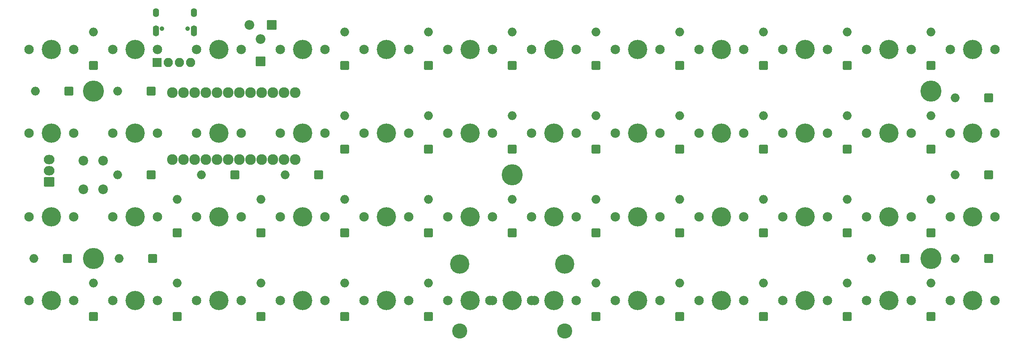
<source format=gts>
G04 #@! TF.GenerationSoftware,KiCad,Pcbnew,(6.0.2)*
G04 #@! TF.CreationDate,2022-04-02T12:37:14+05:30*
G04 #@! TF.ProjectId,Contra,436f6e74-7261-42e6-9b69-6361645f7063,rev?*
G04 #@! TF.SameCoordinates,Original*
G04 #@! TF.FileFunction,Soldermask,Top*
G04 #@! TF.FilePolarity,Negative*
%FSLAX46Y46*%
G04 Gerber Fmt 4.6, Leading zero omitted, Abs format (unit mm)*
G04 Created by KiCad (PCBNEW (6.0.2)) date 2022-04-02 12:37:14*
%MOMM*%
%LPD*%
G01*
G04 APERTURE LIST*
G04 Aperture macros list*
%AMRoundRect*
0 Rectangle with rounded corners*
0 $1 Rounding radius*
0 $2 $3 $4 $5 $6 $7 $8 $9 X,Y pos of 4 corners*
0 Add a 4 corners polygon primitive as box body*
4,1,4,$2,$3,$4,$5,$6,$7,$8,$9,$2,$3,0*
0 Add four circle primitives for the rounded corners*
1,1,$1+$1,$2,$3*
1,1,$1+$1,$4,$5*
1,1,$1+$1,$6,$7*
1,1,$1+$1,$8,$9*
0 Add four rect primitives between the rounded corners*
20,1,$1+$1,$2,$3,$4,$5,0*
20,1,$1+$1,$4,$5,$6,$7,0*
20,1,$1+$1,$6,$7,$8,$9,0*
20,1,$1+$1,$8,$9,$2,$3,0*%
G04 Aperture macros list end*
%ADD10C,2.150000*%
%ADD11C,4.387800*%
%ADD12C,3.448000*%
%ADD13C,1.100000*%
%ADD14C,4.800000*%
%ADD15RoundRect,0.200000X0.800000X-0.800000X0.800000X0.800000X-0.800000X0.800000X-0.800000X-0.800000X0*%
%ADD16O,2.000000X2.000000*%
%ADD17RoundRect,0.200000X0.800000X0.800000X-0.800000X0.800000X-0.800000X-0.800000X0.800000X-0.800000X0*%
%ADD18RoundRect,0.200000X0.850000X-0.850000X0.850000X0.850000X-0.850000X0.850000X-0.850000X-0.850000X0*%
%ADD19O,2.100000X2.100000*%
%ADD20RoundRect,0.200000X0.900000X-0.900000X0.900000X0.900000X-0.900000X0.900000X-0.900000X-0.900000X0*%
%ADD21O,2.200000X2.200000*%
%ADD22RoundRect,0.200000X0.900000X0.900000X-0.900000X0.900000X-0.900000X-0.900000X0.900000X-0.900000X0*%
%ADD23RoundRect,0.200000X1.015000X0.865000X-1.015000X0.865000X-1.015000X-0.865000X1.015000X-0.865000X0*%
%ADD24O,2.430000X2.130000*%
%ADD25C,2.432000*%
%ADD26C,2.200000*%
%ADD27C,1.050000*%
%ADD28O,1.400000X2.500000*%
%ADD29O,1.400000X2.000000*%
G04 APERTURE END LIST*
D10*
X33020000Y-38100000D03*
X43180000Y-38100000D03*
D11*
X38100000Y-38100000D03*
D10*
X100330000Y-38100000D03*
D11*
X95250000Y-38100000D03*
D10*
X90170000Y-38100000D03*
D11*
X114300000Y-38100000D03*
D10*
X109220000Y-38100000D03*
X119380000Y-38100000D03*
D11*
X133350000Y-38100000D03*
D10*
X128270000Y-38100000D03*
X138430000Y-38100000D03*
X147320000Y-38100000D03*
D11*
X152400000Y-38100000D03*
D10*
X157480000Y-38100000D03*
X166370000Y-38100000D03*
D11*
X171450000Y-38100000D03*
D10*
X176530000Y-38100000D03*
X195580000Y-38100000D03*
D11*
X190500000Y-38100000D03*
D10*
X185420000Y-38100000D03*
D11*
X209550000Y-38100000D03*
D10*
X214630000Y-38100000D03*
X204470000Y-38100000D03*
X233680000Y-38100000D03*
D11*
X228600000Y-38100000D03*
D10*
X223520000Y-38100000D03*
X252730000Y-38100000D03*
D11*
X247650000Y-38100000D03*
D10*
X242570000Y-38100000D03*
X43180000Y-57150000D03*
X33020000Y-57150000D03*
D11*
X38100000Y-57150000D03*
D10*
X52070000Y-57150000D03*
X62230000Y-57150000D03*
D11*
X57150000Y-57150000D03*
X76200000Y-57150000D03*
D10*
X81280000Y-57150000D03*
X71120000Y-57150000D03*
D11*
X95250000Y-57150000D03*
D10*
X90170000Y-57150000D03*
X100330000Y-57150000D03*
X119380000Y-57150000D03*
D11*
X114300000Y-57150000D03*
D10*
X109220000Y-57150000D03*
D11*
X133350000Y-57150000D03*
D10*
X138430000Y-57150000D03*
X128270000Y-57150000D03*
X157480000Y-57150000D03*
D11*
X152400000Y-57150000D03*
D10*
X147320000Y-57150000D03*
D11*
X171450000Y-57150000D03*
D10*
X176530000Y-57150000D03*
X166370000Y-57150000D03*
X195580000Y-57150000D03*
D11*
X190500000Y-57150000D03*
D10*
X185420000Y-57150000D03*
D11*
X209550000Y-57150000D03*
D10*
X204470000Y-57150000D03*
X214630000Y-57150000D03*
D11*
X228600000Y-57150000D03*
D10*
X233680000Y-57150000D03*
X223520000Y-57150000D03*
X242570000Y-57150000D03*
D11*
X247650000Y-57150000D03*
D10*
X252730000Y-57150000D03*
X43180000Y-76200000D03*
X33020000Y-76200000D03*
D11*
X38100000Y-76200000D03*
D10*
X62230000Y-76200000D03*
D11*
X57150000Y-76200000D03*
D10*
X52070000Y-76200000D03*
X71120000Y-76200000D03*
D11*
X76200000Y-76200000D03*
D10*
X81280000Y-76200000D03*
X100330000Y-76200000D03*
X90170000Y-76200000D03*
D11*
X95250000Y-76200000D03*
D10*
X109220000Y-76200000D03*
X119380000Y-76200000D03*
D11*
X114300000Y-76200000D03*
D10*
X138430000Y-76200000D03*
D11*
X133350000Y-76200000D03*
D10*
X128270000Y-76200000D03*
X157480000Y-76200000D03*
D11*
X152400000Y-76200000D03*
D10*
X147320000Y-76200000D03*
X176530000Y-76200000D03*
D11*
X171450000Y-76200000D03*
D10*
X166370000Y-76200000D03*
X195580000Y-76200000D03*
X185420000Y-76200000D03*
D11*
X190500000Y-76200000D03*
D10*
X214630000Y-76200000D03*
X204470000Y-76200000D03*
D11*
X209550000Y-76200000D03*
D10*
X223520000Y-76200000D03*
D11*
X228600000Y-76200000D03*
D10*
X233680000Y-76200000D03*
D11*
X247650000Y-76200000D03*
D10*
X242570000Y-76200000D03*
X252730000Y-76200000D03*
X33020000Y-95250000D03*
D11*
X38100000Y-95250000D03*
D10*
X43180000Y-95250000D03*
X62230000Y-95250000D03*
X52070000Y-95250000D03*
D11*
X57150000Y-95250000D03*
D10*
X81280000Y-95250000D03*
D11*
X76200000Y-95250000D03*
D10*
X71120000Y-95250000D03*
X100330000Y-95250000D03*
D11*
X95250000Y-95250000D03*
D10*
X90170000Y-95250000D03*
X119380000Y-95250000D03*
D11*
X114300000Y-95250000D03*
D10*
X109220000Y-95250000D03*
D11*
X133350000Y-95250000D03*
D10*
X128270000Y-95250000D03*
X138430000Y-95250000D03*
X157480000Y-95250000D03*
X147320000Y-95250000D03*
D11*
X152400000Y-95250000D03*
D10*
X166370000Y-95250000D03*
X176530000Y-95250000D03*
D11*
X171450000Y-95250000D03*
D10*
X195580000Y-95250000D03*
X185420000Y-95250000D03*
D11*
X190500000Y-95250000D03*
D10*
X214630000Y-95250000D03*
D11*
X209550000Y-95250000D03*
D10*
X204470000Y-95250000D03*
X223520000Y-95250000D03*
D11*
X228600000Y-95250000D03*
D10*
X233680000Y-95250000D03*
X242570000Y-95250000D03*
X252730000Y-95250000D03*
D11*
X247650000Y-95250000D03*
D10*
X137795000Y-95250000D03*
D11*
X130937000Y-86995000D03*
D10*
X147955000Y-95250000D03*
D12*
X154813000Y-102235000D03*
X130937000Y-102235000D03*
D11*
X142875000Y-95250000D03*
X154813000Y-86995000D03*
D13*
X238125000Y-87375000D03*
X239291726Y-86891726D03*
X239775000Y-85725000D03*
X236958274Y-84558274D03*
X238125000Y-84075000D03*
D14*
X238125000Y-85725000D03*
D13*
X236958274Y-86891726D03*
X236475000Y-85725000D03*
X239291726Y-84558274D03*
X238125000Y-45975000D03*
X238125000Y-49275000D03*
X236958274Y-48791726D03*
X239775000Y-47625000D03*
X236475000Y-47625000D03*
X239291726Y-46458274D03*
D14*
X238125000Y-47625000D03*
D13*
X239291726Y-48791726D03*
X236958274Y-46458274D03*
X141708274Y-65508274D03*
X144041726Y-67841726D03*
X144041726Y-65508274D03*
X142875000Y-65025000D03*
X141708274Y-67841726D03*
X142875000Y-68325000D03*
X144525000Y-66675000D03*
X141225000Y-66675000D03*
D14*
X142875000Y-66675000D03*
D13*
X46458274Y-48791726D03*
X49275000Y-47625000D03*
X45975000Y-47625000D03*
D14*
X47625000Y-47625000D03*
D13*
X47625000Y-49275000D03*
X47625000Y-45975000D03*
X48791726Y-48791726D03*
X46458274Y-46458274D03*
X48791726Y-46458274D03*
X46458274Y-84558274D03*
D14*
X47625000Y-85725000D03*
D13*
X45975000Y-85725000D03*
X48791726Y-84558274D03*
X49275000Y-85725000D03*
X48791726Y-86891726D03*
X47625000Y-84075000D03*
X46458274Y-86891726D03*
X47625000Y-87375000D03*
D15*
X47625000Y-41751250D03*
D16*
X47625000Y-34131250D03*
D17*
X60801250Y-47625000D03*
D16*
X53181250Y-47625000D03*
D17*
X79851250Y-66675000D03*
D16*
X72231250Y-66675000D03*
D15*
X104775000Y-41751250D03*
D16*
X104775000Y-34131250D03*
D15*
X123825000Y-41751250D03*
D16*
X123825000Y-34131250D03*
D15*
X142875000Y-41751250D03*
D16*
X142875000Y-34131250D03*
D15*
X161925000Y-41751250D03*
D16*
X161925000Y-34131250D03*
D15*
X180975000Y-41751250D03*
D16*
X180975000Y-34131250D03*
D15*
X200025000Y-41751250D03*
D16*
X200025000Y-34131250D03*
D15*
X219075000Y-41751250D03*
D16*
X219075000Y-34131250D03*
D15*
X238125000Y-41751250D03*
D16*
X238125000Y-34131250D03*
D17*
X251279660Y-49075340D03*
D16*
X243659660Y-49075340D03*
D17*
X42068750Y-47625000D03*
D16*
X34448750Y-47625000D03*
D17*
X60801250Y-66675000D03*
D16*
X53181250Y-66675000D03*
D17*
X98901250Y-66675000D03*
D16*
X91281250Y-66675000D03*
D15*
X104775000Y-60801250D03*
D16*
X104775000Y-53181250D03*
D15*
X123825000Y-60801250D03*
D16*
X123825000Y-53181250D03*
D15*
X142875000Y-60801250D03*
D16*
X142875000Y-53181250D03*
D15*
X161925000Y-60801250D03*
D16*
X161925000Y-53181250D03*
D15*
X180975000Y-60801250D03*
D16*
X180975000Y-53181250D03*
D15*
X200025000Y-60801250D03*
D16*
X200025000Y-53181250D03*
D15*
X219075000Y-60801250D03*
D16*
X219075000Y-53181250D03*
D15*
X238125000Y-60801250D03*
D16*
X238125000Y-53181250D03*
D17*
X251301250Y-66675000D03*
D16*
X243681250Y-66675000D03*
D17*
X61118750Y-85725000D03*
D16*
X53498750Y-85725000D03*
D15*
X66675000Y-79851250D03*
D16*
X66675000Y-72231250D03*
D15*
X85725000Y-79851250D03*
D16*
X85725000Y-72231250D03*
D15*
X104775000Y-79851250D03*
D16*
X104775000Y-72231250D03*
D15*
X123825000Y-79851250D03*
D16*
X123825000Y-72231250D03*
D15*
X142875000Y-79851250D03*
D16*
X142875000Y-72231250D03*
D15*
X161925000Y-79851250D03*
D16*
X161925000Y-72231250D03*
D15*
X180975000Y-79851250D03*
D16*
X180975000Y-72231250D03*
D15*
X200025000Y-79851250D03*
D16*
X200025000Y-72231250D03*
D15*
X219075000Y-79851250D03*
D16*
X219075000Y-72231250D03*
D17*
X232251250Y-85725000D03*
D16*
X224631250Y-85725000D03*
D15*
X238125000Y-79851250D03*
D16*
X238125000Y-72231250D03*
D17*
X41751250Y-85725000D03*
D16*
X34131250Y-85725000D03*
D15*
X47625000Y-98901250D03*
D16*
X47625000Y-91281250D03*
D15*
X66675000Y-98901250D03*
D16*
X66675000Y-91281250D03*
D15*
X85725000Y-98901250D03*
D16*
X85725000Y-91281250D03*
D15*
X104775000Y-98901250D03*
D16*
X104775000Y-91281250D03*
D15*
X123825000Y-98901250D03*
D16*
X123825000Y-91281250D03*
D15*
X161925000Y-98901250D03*
D16*
X161925000Y-91281250D03*
D15*
X180975000Y-98901250D03*
D16*
X180975000Y-91281250D03*
D15*
X200025000Y-98901250D03*
D16*
X200025000Y-91281250D03*
D15*
X219075000Y-98901250D03*
D16*
X219075000Y-91281250D03*
D15*
X238125000Y-98901250D03*
D16*
X238125000Y-91281250D03*
D17*
X251301250Y-85725000D03*
D16*
X243681250Y-85725000D03*
D18*
X62097920Y-41041320D03*
D19*
X64637920Y-41041320D03*
X67177920Y-41041320D03*
X69717920Y-41041320D03*
D11*
X57129680Y-38120320D03*
D10*
X62209680Y-38120320D03*
X52049680Y-38120320D03*
D11*
X76189840Y-38120320D03*
D10*
X71109840Y-38120320D03*
X81269840Y-38120320D03*
D20*
X85636100Y-40789860D03*
D21*
X85636100Y-35709860D03*
D22*
X88221820Y-32550100D03*
D21*
X83141820Y-32550100D03*
D23*
X37566600Y-68224400D03*
D24*
X37566600Y-65684400D03*
X37566600Y-63144400D03*
D25*
X65623440Y-47934880D03*
X68163440Y-47934880D03*
X70703440Y-47934880D03*
X73243440Y-47934880D03*
X75783440Y-47934880D03*
X78323440Y-47934880D03*
X80863440Y-47934880D03*
X83403440Y-47934880D03*
X85943440Y-47934880D03*
X88483440Y-47934880D03*
X91023440Y-47934880D03*
X93563440Y-47934880D03*
X93563440Y-63174880D03*
X91023440Y-63174880D03*
X88483440Y-63174880D03*
X85943440Y-63174880D03*
X83403440Y-63174880D03*
X80863440Y-63174880D03*
X78323440Y-63174880D03*
X75783440Y-63174880D03*
X73243440Y-63174880D03*
X70703440Y-63174880D03*
X68163440Y-63174880D03*
X65623440Y-63174880D03*
D26*
X49875000Y-63425000D03*
X45375000Y-69925000D03*
X45375000Y-63425000D03*
X49875000Y-69925000D03*
D27*
X69041760Y-33334000D03*
X63261760Y-33334000D03*
D28*
X61831760Y-33864000D03*
X70471760Y-33864000D03*
D29*
X70471760Y-29684000D03*
X61831760Y-29684000D03*
M02*

</source>
